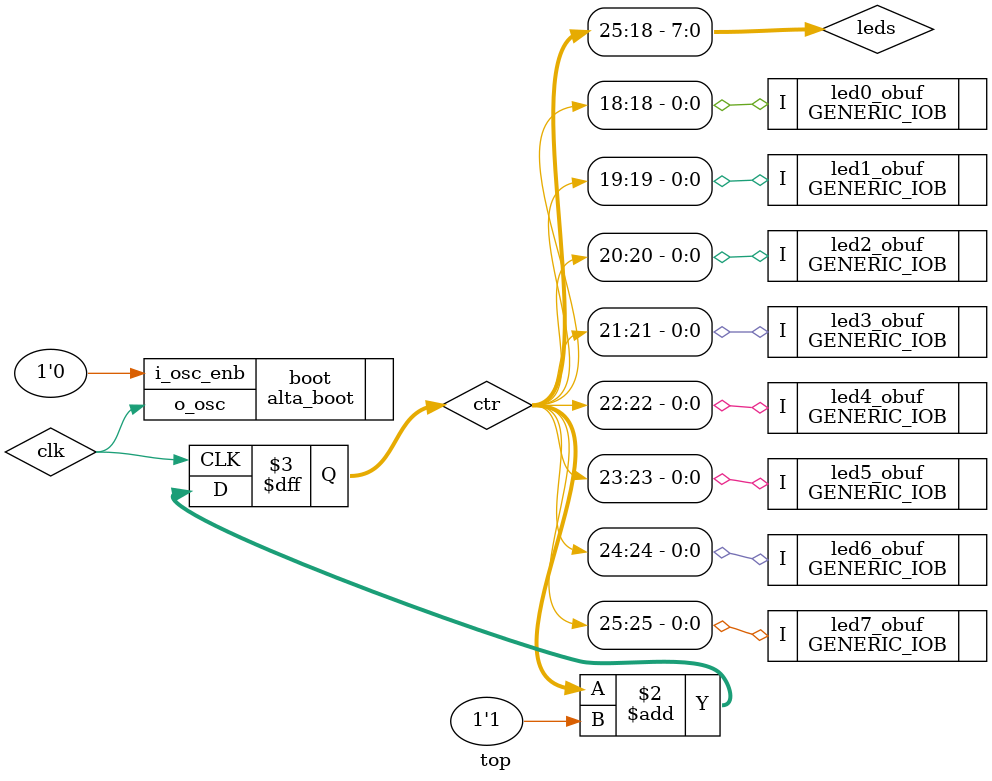
<source format=v>
module top;

	wire [7:0] leds;
	(* BEL="IOTILE(02,01):alta_rio02", keep *)	/* PIN_11 */
	GENERIC_IOB #(.INPUT_USED(0), .OUTPUT_USED(1)) led7_obuf (.I(leds[7]));
	(* BEL="IOTILE(07,01):alta_rio00", keep *)	/* PIN_09 */
	GENERIC_IOB #(.INPUT_USED(0), .OUTPUT_USED(1)) led6_obuf (.I(leds[6]));
	(* BEL="IOTILE(06,09):alta_rio02", keep *)  /* PIN_06 */
	GENERIC_IOB #(.INPUT_USED(0), .OUTPUT_USED(1)) led5_obuf (.I(leds[5]));
	(* BEL="IOTILE(01,09):alta_rio01", keep *)  /* PIN_05 */
	GENERIC_IOB #(.INPUT_USED(0), .OUTPUT_USED(1)) led4_obuf (.I(leds[4]));
	(* BEL="IOTILE(00,09):alta_rio00", keep *)	/* PIN_04 */
	GENERIC_IOB #(.INPUT_USED(0), .OUTPUT_USED(1)) led3_obuf (.I(leds[3]));
	(* BEL="IOTILE(00,09):alta_rio02", keep *)	/* PIN_03 */
	GENERIC_IOB #(.INPUT_USED(0), .OUTPUT_USED(1)) led2_obuf (.I(leds[2]));
	(* BEL="IOTILE(01,09):alta_rio03", keep *)	/* PIN_02 */
	GENERIC_IOB #(.INPUT_USED(0), .OUTPUT_USED(1)) led1_obuf (.I(leds[1]));
	(* BEL="IOTILE(02,09):alta_rio00", keep *)	/* PIN_01 */
	GENERIC_IOB #(.INPUT_USED(0), .OUTPUT_USED(1)) led0_obuf (.I(leds[0]));

reg [25:0] ctr;
wire clk;

alta_boot boot(
	.i_osc_enb(1'b0),
	.o_osc(clk),
);

always @(posedge clk)
	ctr <= ctr + 1'b1;

assign leds = ctr[25:18];

endmodule

</source>
